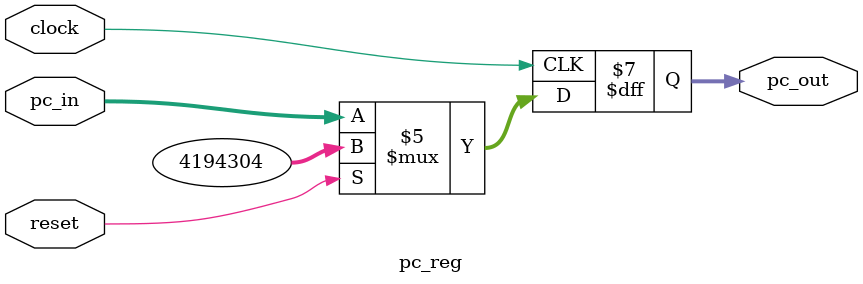
<source format=v>




module pc_reg(
	input wire [31:0] pc_in,
	input wire clock,
	input wire reset,
	output reg [31:0] pc_out);
	
	initial begin
		pc_out = 32'h00400000;
	end
	
	always @(posedge clock) begin
		if (reset == 1) begin
			pc_out = 32'h00400000;
		end else begin
			pc_out <= pc_in;
		end
	end

endmodule

</source>
